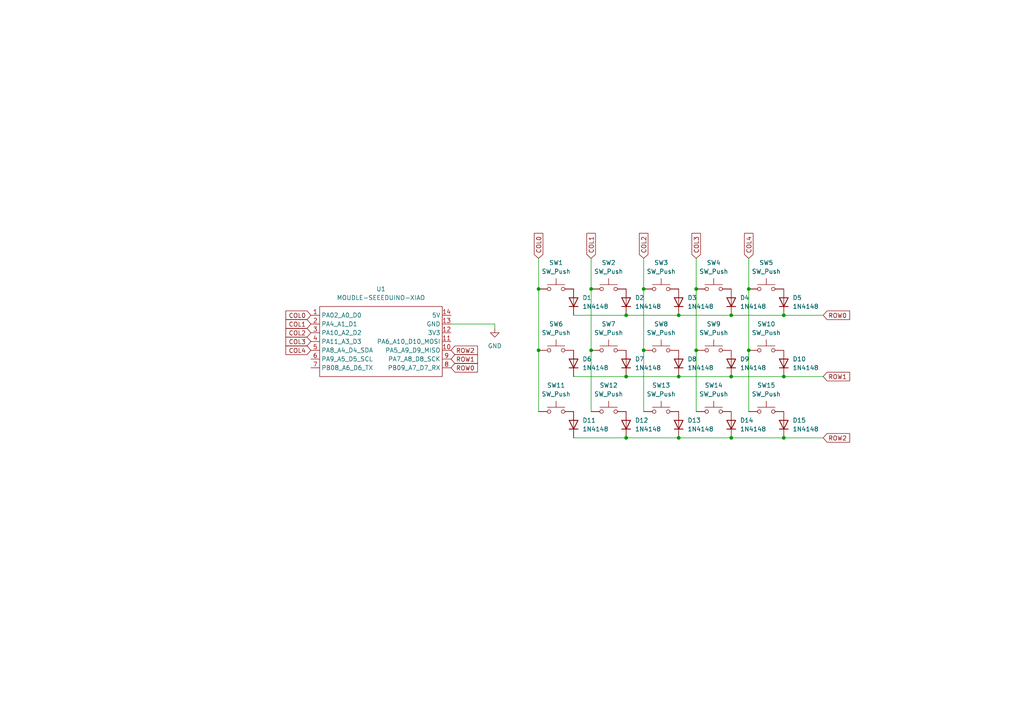
<source format=kicad_sch>
(kicad_sch
	(version 20231120)
	(generator "eeschema")
	(generator_version "8.0")
	(uuid "513b10b9-daed-4924-858c-9a4ce2324a22")
	(paper "A4")
	(title_block
		(title "SimController")
		(date "2024-10-11")
		(rev "2")
		(company "Oliver Potter")
	)
	(lib_symbols
		(symbol "Diode:1N4148"
			(pin_numbers hide)
			(pin_names hide)
			(exclude_from_sim no)
			(in_bom yes)
			(on_board yes)
			(property "Reference" "D"
				(at 0 2.54 0)
				(effects
					(font
						(size 1.27 1.27)
					)
				)
			)
			(property "Value" "1N4148"
				(at 0 -2.54 0)
				(effects
					(font
						(size 1.27 1.27)
					)
				)
			)
			(property "Footprint" "Diode_THT:D_DO-35_SOD27_P7.62mm_Horizontal"
				(at 0 0 0)
				(effects
					(font
						(size 1.27 1.27)
					)
					(hide yes)
				)
			)
			(property "Datasheet" "https://assets.nexperia.com/documents/data-sheet/1N4148_1N4448.pdf"
				(at 0 0 0)
				(effects
					(font
						(size 1.27 1.27)
					)
					(hide yes)
				)
			)
			(property "Description" "100V 0.15A standard switching diode, DO-35"
				(at 0 0 0)
				(effects
					(font
						(size 1.27 1.27)
					)
					(hide yes)
				)
			)
			(property "Sim.Device" "D"
				(at 0 0 0)
				(effects
					(font
						(size 1.27 1.27)
					)
					(hide yes)
				)
			)
			(property "Sim.Pins" "1=K 2=A"
				(at 0 0 0)
				(effects
					(font
						(size 1.27 1.27)
					)
					(hide yes)
				)
			)
			(property "ki_keywords" "diode"
				(at 0 0 0)
				(effects
					(font
						(size 1.27 1.27)
					)
					(hide yes)
				)
			)
			(property "ki_fp_filters" "D*DO?35*"
				(at 0 0 0)
				(effects
					(font
						(size 1.27 1.27)
					)
					(hide yes)
				)
			)
			(symbol "1N4148_0_1"
				(polyline
					(pts
						(xy -1.27 1.27) (xy -1.27 -1.27)
					)
					(stroke
						(width 0.254)
						(type default)
					)
					(fill
						(type none)
					)
				)
				(polyline
					(pts
						(xy 1.27 0) (xy -1.27 0)
					)
					(stroke
						(width 0)
						(type default)
					)
					(fill
						(type none)
					)
				)
				(polyline
					(pts
						(xy 1.27 1.27) (xy 1.27 -1.27) (xy -1.27 0) (xy 1.27 1.27)
					)
					(stroke
						(width 0.254)
						(type default)
					)
					(fill
						(type none)
					)
				)
			)
			(symbol "1N4148_1_1"
				(pin passive line
					(at -3.81 0 0)
					(length 2.54)
					(name "K"
						(effects
							(font
								(size 1.27 1.27)
							)
						)
					)
					(number "1"
						(effects
							(font
								(size 1.27 1.27)
							)
						)
					)
				)
				(pin passive line
					(at 3.81 0 180)
					(length 2.54)
					(name "A"
						(effects
							(font
								(size 1.27 1.27)
							)
						)
					)
					(number "2"
						(effects
							(font
								(size 1.27 1.27)
							)
						)
					)
				)
			)
		)
		(symbol "Switch:SW_Push"
			(pin_numbers hide)
			(pin_names
				(offset 1.016) hide)
			(exclude_from_sim no)
			(in_bom yes)
			(on_board yes)
			(property "Reference" "SW"
				(at 1.27 2.54 0)
				(effects
					(font
						(size 1.27 1.27)
					)
					(justify left)
				)
			)
			(property "Value" "SW_Push"
				(at 0 -1.524 0)
				(effects
					(font
						(size 1.27 1.27)
					)
				)
			)
			(property "Footprint" ""
				(at 0 5.08 0)
				(effects
					(font
						(size 1.27 1.27)
					)
					(hide yes)
				)
			)
			(property "Datasheet" "~"
				(at 0 5.08 0)
				(effects
					(font
						(size 1.27 1.27)
					)
					(hide yes)
				)
			)
			(property "Description" "Push button switch, generic, two pins"
				(at 0 0 0)
				(effects
					(font
						(size 1.27 1.27)
					)
					(hide yes)
				)
			)
			(property "ki_keywords" "switch normally-open pushbutton push-button"
				(at 0 0 0)
				(effects
					(font
						(size 1.27 1.27)
					)
					(hide yes)
				)
			)
			(symbol "SW_Push_0_1"
				(circle
					(center -2.032 0)
					(radius 0.508)
					(stroke
						(width 0)
						(type default)
					)
					(fill
						(type none)
					)
				)
				(polyline
					(pts
						(xy 0 1.27) (xy 0 3.048)
					)
					(stroke
						(width 0)
						(type default)
					)
					(fill
						(type none)
					)
				)
				(polyline
					(pts
						(xy 2.54 1.27) (xy -2.54 1.27)
					)
					(stroke
						(width 0)
						(type default)
					)
					(fill
						(type none)
					)
				)
				(circle
					(center 2.032 0)
					(radius 0.508)
					(stroke
						(width 0)
						(type default)
					)
					(fill
						(type none)
					)
				)
				(pin passive line
					(at -5.08 0 0)
					(length 2.54)
					(name "1"
						(effects
							(font
								(size 1.27 1.27)
							)
						)
					)
					(number "1"
						(effects
							(font
								(size 1.27 1.27)
							)
						)
					)
				)
				(pin passive line
					(at 5.08 0 180)
					(length 2.54)
					(name "2"
						(effects
							(font
								(size 1.27 1.27)
							)
						)
					)
					(number "2"
						(effects
							(font
								(size 1.27 1.27)
							)
						)
					)
				)
			)
		)
		(symbol "XIAO_RP2040:MOUDLE-SEEEDUINO-XIAO"
			(exclude_from_sim no)
			(in_bom yes)
			(on_board yes)
			(property "Reference" "U"
				(at -16.51 11.43 0)
				(effects
					(font
						(size 1.27 1.27)
					)
				)
			)
			(property "Value" "MOUDLE-SEEEDUINO-XIAO"
				(at -3.81 -11.43 0)
				(effects
					(font
						(size 1.27 1.27)
					)
				)
			)
			(property "Footprint" ""
				(at -16.51 2.54 0)
				(effects
					(font
						(size 1.27 1.27)
					)
					(hide yes)
				)
			)
			(property "Datasheet" ""
				(at -16.51 2.54 0)
				(effects
					(font
						(size 1.27 1.27)
					)
					(hide yes)
				)
			)
			(property "Description" ""
				(at 0 0 0)
				(effects
					(font
						(size 1.27 1.27)
					)
					(hide yes)
				)
			)
			(symbol "MOUDLE-SEEEDUINO-XIAO_0_1"
				(rectangle
					(start -16.51 10.16)
					(end 19.05 -10.16)
					(stroke
						(width 0)
						(type default)
					)
					(fill
						(type none)
					)
				)
			)
			(symbol "MOUDLE-SEEEDUINO-XIAO_1_1"
				(pin passive line
					(at -19.05 7.62 0)
					(length 2.54)
					(name "PA02_A0_D0"
						(effects
							(font
								(size 1.27 1.27)
							)
						)
					)
					(number "1"
						(effects
							(font
								(size 1.27 1.27)
							)
						)
					)
				)
				(pin passive line
					(at 21.59 -2.54 180)
					(length 2.54)
					(name "PA5_A9_D9_MISO"
						(effects
							(font
								(size 1.27 1.27)
							)
						)
					)
					(number "10"
						(effects
							(font
								(size 1.27 1.27)
							)
						)
					)
				)
				(pin passive line
					(at 21.59 0 180)
					(length 2.54)
					(name "PA6_A10_D10_MOSI"
						(effects
							(font
								(size 1.27 1.27)
							)
						)
					)
					(number "11"
						(effects
							(font
								(size 1.27 1.27)
							)
						)
					)
				)
				(pin passive line
					(at 21.59 2.54 180)
					(length 2.54)
					(name "3V3"
						(effects
							(font
								(size 1.27 1.27)
							)
						)
					)
					(number "12"
						(effects
							(font
								(size 1.27 1.27)
							)
						)
					)
				)
				(pin passive line
					(at 21.59 5.08 180)
					(length 2.54)
					(name "GND"
						(effects
							(font
								(size 1.27 1.27)
							)
						)
					)
					(number "13"
						(effects
							(font
								(size 1.27 1.27)
							)
						)
					)
				)
				(pin passive line
					(at 21.59 7.62 180)
					(length 2.54)
					(name "5V"
						(effects
							(font
								(size 1.27 1.27)
							)
						)
					)
					(number "14"
						(effects
							(font
								(size 1.27 1.27)
							)
						)
					)
				)
				(pin passive line
					(at -19.05 5.08 0)
					(length 2.54)
					(name "PA4_A1_D1"
						(effects
							(font
								(size 1.27 1.27)
							)
						)
					)
					(number "2"
						(effects
							(font
								(size 1.27 1.27)
							)
						)
					)
				)
				(pin passive line
					(at -19.05 2.54 0)
					(length 2.54)
					(name "PA10_A2_D2"
						(effects
							(font
								(size 1.27 1.27)
							)
						)
					)
					(number "3"
						(effects
							(font
								(size 1.27 1.27)
							)
						)
					)
				)
				(pin passive line
					(at -19.05 0 0)
					(length 2.54)
					(name "PA11_A3_D3"
						(effects
							(font
								(size 1.27 1.27)
							)
						)
					)
					(number "4"
						(effects
							(font
								(size 1.27 1.27)
							)
						)
					)
				)
				(pin passive line
					(at -19.05 -2.54 0)
					(length 2.54)
					(name "PA8_A4_D4_SDA"
						(effects
							(font
								(size 1.27 1.27)
							)
						)
					)
					(number "5"
						(effects
							(font
								(size 1.27 1.27)
							)
						)
					)
				)
				(pin passive line
					(at -19.05 -5.08 0)
					(length 2.54)
					(name "PA9_A5_D5_SCL"
						(effects
							(font
								(size 1.27 1.27)
							)
						)
					)
					(number "6"
						(effects
							(font
								(size 1.27 1.27)
							)
						)
					)
				)
				(pin passive line
					(at -19.05 -7.62 0)
					(length 2.54)
					(name "PB08_A6_D6_TX"
						(effects
							(font
								(size 1.27 1.27)
							)
						)
					)
					(number "7"
						(effects
							(font
								(size 1.27 1.27)
							)
						)
					)
				)
				(pin passive line
					(at 21.59 -7.62 180)
					(length 2.54)
					(name "PB09_A7_D7_RX"
						(effects
							(font
								(size 1.27 1.27)
							)
						)
					)
					(number "8"
						(effects
							(font
								(size 1.27 1.27)
							)
						)
					)
				)
				(pin passive line
					(at 21.59 -5.08 180)
					(length 2.54)
					(name "PA7_A8_D8_SCK"
						(effects
							(font
								(size 1.27 1.27)
							)
						)
					)
					(number "9"
						(effects
							(font
								(size 1.27 1.27)
							)
						)
					)
				)
			)
		)
		(symbol "power:GND"
			(power)
			(pin_numbers hide)
			(pin_names
				(offset 0) hide)
			(exclude_from_sim no)
			(in_bom yes)
			(on_board yes)
			(property "Reference" "#PWR"
				(at 0 -6.35 0)
				(effects
					(font
						(size 1.27 1.27)
					)
					(hide yes)
				)
			)
			(property "Value" "GND"
				(at 0 -3.81 0)
				(effects
					(font
						(size 1.27 1.27)
					)
				)
			)
			(property "Footprint" ""
				(at 0 0 0)
				(effects
					(font
						(size 1.27 1.27)
					)
					(hide yes)
				)
			)
			(property "Datasheet" ""
				(at 0 0 0)
				(effects
					(font
						(size 1.27 1.27)
					)
					(hide yes)
				)
			)
			(property "Description" "Power symbol creates a global label with name \"GND\" , ground"
				(at 0 0 0)
				(effects
					(font
						(size 1.27 1.27)
					)
					(hide yes)
				)
			)
			(property "ki_keywords" "global power"
				(at 0 0 0)
				(effects
					(font
						(size 1.27 1.27)
					)
					(hide yes)
				)
			)
			(symbol "GND_0_1"
				(polyline
					(pts
						(xy 0 0) (xy 0 -1.27) (xy 1.27 -1.27) (xy 0 -2.54) (xy -1.27 -1.27) (xy 0 -1.27)
					)
					(stroke
						(width 0)
						(type default)
					)
					(fill
						(type none)
					)
				)
			)
			(symbol "GND_1_1"
				(pin power_in line
					(at 0 0 270)
					(length 0)
					(name "~"
						(effects
							(font
								(size 1.27 1.27)
							)
						)
					)
					(number "1"
						(effects
							(font
								(size 1.27 1.27)
							)
						)
					)
				)
			)
		)
	)
	(junction
		(at 186.69 83.82)
		(diameter 0)
		(color 0 0 0 0)
		(uuid "060b1dd6-6922-4f6c-ba30-cc2047c0820a")
	)
	(junction
		(at 181.61 127)
		(diameter 0)
		(color 0 0 0 0)
		(uuid "0d63516e-472d-4b98-9d3f-7f1e2f142c82")
	)
	(junction
		(at 186.69 101.6)
		(diameter 0)
		(color 0 0 0 0)
		(uuid "0e51e8c9-2329-46f4-9160-043539a2fdfe")
	)
	(junction
		(at 227.33 91.44)
		(diameter 0)
		(color 0 0 0 0)
		(uuid "0fdb95c1-1288-4a13-97c3-8999ac9abb43")
	)
	(junction
		(at 212.09 127)
		(diameter 0)
		(color 0 0 0 0)
		(uuid "196fca33-893b-4f3f-a29a-87045cd73687")
	)
	(junction
		(at 227.33 109.22)
		(diameter 0)
		(color 0 0 0 0)
		(uuid "246915ee-f4f8-4447-8e83-5667057077ee")
	)
	(junction
		(at 217.17 101.6)
		(diameter 0)
		(color 0 0 0 0)
		(uuid "2771be56-f218-48eb-8836-ed6224db26bc")
	)
	(junction
		(at 171.45 101.6)
		(diameter 0)
		(color 0 0 0 0)
		(uuid "3b423a7f-4f88-4082-99b6-3d894c552ca7")
	)
	(junction
		(at 217.17 83.82)
		(diameter 0)
		(color 0 0 0 0)
		(uuid "46076494-6c9a-44ee-a561-b4527c5253f1")
	)
	(junction
		(at 156.21 83.82)
		(diameter 0)
		(color 0 0 0 0)
		(uuid "47012332-35d9-4058-8706-341f8bdc1a1f")
	)
	(junction
		(at 181.61 109.22)
		(diameter 0)
		(color 0 0 0 0)
		(uuid "4839f8b4-c06f-4a66-b065-84e7a20c9c88")
	)
	(junction
		(at 156.21 101.6)
		(diameter 0)
		(color 0 0 0 0)
		(uuid "640ffcf5-001d-467e-a88a-b242a76afda1")
	)
	(junction
		(at 181.61 91.44)
		(diameter 0)
		(color 0 0 0 0)
		(uuid "788a1722-0259-4f92-9622-f536e6d01147")
	)
	(junction
		(at 171.45 83.82)
		(diameter 0)
		(color 0 0 0 0)
		(uuid "7ea3d059-54f9-44b2-9da5-cc3dc211d2e9")
	)
	(junction
		(at 196.85 109.22)
		(diameter 0)
		(color 0 0 0 0)
		(uuid "8bdab4e0-3cf4-4735-aa99-323bff23c33d")
	)
	(junction
		(at 196.85 127)
		(diameter 0)
		(color 0 0 0 0)
		(uuid "97376e12-179a-48fc-95a4-248578d63437")
	)
	(junction
		(at 201.93 101.6)
		(diameter 0)
		(color 0 0 0 0)
		(uuid "c29a924d-fceb-4095-aeca-0c0fa0694242")
	)
	(junction
		(at 212.09 91.44)
		(diameter 0)
		(color 0 0 0 0)
		(uuid "c554b0c3-bae9-4110-bec1-256303674bf6")
	)
	(junction
		(at 227.33 127)
		(diameter 0)
		(color 0 0 0 0)
		(uuid "cd8465c3-cf86-4a14-ac72-39363c919c97")
	)
	(junction
		(at 201.93 83.82)
		(diameter 0)
		(color 0 0 0 0)
		(uuid "dfbb85a7-bdd9-4ae7-a7c2-8d22057258c4")
	)
	(junction
		(at 196.85 91.44)
		(diameter 0)
		(color 0 0 0 0)
		(uuid "e4c6e72b-b54f-4b08-a471-d05a97150e2a")
	)
	(junction
		(at 212.09 109.22)
		(diameter 0)
		(color 0 0 0 0)
		(uuid "ede77927-87d1-4ba1-84a5-0d412624e6c4")
	)
	(wire
		(pts
			(xy 166.37 91.44) (xy 181.61 91.44)
		)
		(stroke
			(width 0)
			(type default)
		)
		(uuid "003e803c-c929-40f6-aa32-fee893fd519a")
	)
	(wire
		(pts
			(xy 227.33 91.44) (xy 238.76 91.44)
		)
		(stroke
			(width 0)
			(type default)
		)
		(uuid "087aa86e-bb6a-423f-a6bf-c3b6985e1830")
	)
	(wire
		(pts
			(xy 171.45 101.6) (xy 171.45 119.38)
		)
		(stroke
			(width 0)
			(type default)
		)
		(uuid "0c11caf2-fc6e-4999-a2e1-a5caec675e56")
	)
	(wire
		(pts
			(xy 217.17 83.82) (xy 217.17 101.6)
		)
		(stroke
			(width 0)
			(type default)
		)
		(uuid "0f0163dc-cfda-4ee0-9eae-06845b32f9ea")
	)
	(wire
		(pts
			(xy 156.21 83.82) (xy 156.21 101.6)
		)
		(stroke
			(width 0)
			(type default)
		)
		(uuid "14b340c0-4947-40ba-bb99-47ffeae194ea")
	)
	(wire
		(pts
			(xy 156.21 74.93) (xy 156.21 83.82)
		)
		(stroke
			(width 0)
			(type default)
		)
		(uuid "1c30b387-bf57-45ad-bbfa-f234c3f1c747")
	)
	(wire
		(pts
			(xy 181.61 109.22) (xy 196.85 109.22)
		)
		(stroke
			(width 0)
			(type default)
		)
		(uuid "1d8e58a2-d2e4-47d7-bcd2-7a153f1501b2")
	)
	(wire
		(pts
			(xy 212.09 109.22) (xy 227.33 109.22)
		)
		(stroke
			(width 0)
			(type default)
		)
		(uuid "28f31038-1713-420b-aaf5-463edfb11158")
	)
	(wire
		(pts
			(xy 196.85 91.44) (xy 212.09 91.44)
		)
		(stroke
			(width 0)
			(type default)
		)
		(uuid "292b9677-8ca3-45f3-b817-0af3b9b3d2e5")
	)
	(wire
		(pts
			(xy 186.69 101.6) (xy 186.69 119.38)
		)
		(stroke
			(width 0)
			(type default)
		)
		(uuid "2ea0e340-a50d-4ba6-b0e9-fb2059380108")
	)
	(wire
		(pts
			(xy 171.45 83.82) (xy 171.45 101.6)
		)
		(stroke
			(width 0)
			(type default)
		)
		(uuid "38f11fe4-97b6-4524-a893-800e804138ae")
	)
	(wire
		(pts
			(xy 143.51 93.98) (xy 143.51 95.25)
		)
		(stroke
			(width 0)
			(type default)
		)
		(uuid "47ed69e0-4565-49bc-bb9d-5cfdd7275b13")
	)
	(wire
		(pts
			(xy 171.45 74.93) (xy 171.45 83.82)
		)
		(stroke
			(width 0)
			(type default)
		)
		(uuid "4caad59d-dfd3-461e-a6b0-1a33ffcfe474")
	)
	(wire
		(pts
			(xy 201.93 74.93) (xy 201.93 83.82)
		)
		(stroke
			(width 0)
			(type default)
		)
		(uuid "55b5474d-413b-4c1a-bd39-392ba02ad6e5")
	)
	(wire
		(pts
			(xy 166.37 127) (xy 181.61 127)
		)
		(stroke
			(width 0)
			(type default)
		)
		(uuid "55e95aa7-3e6f-4784-afef-9e41b4a4ad50")
	)
	(wire
		(pts
			(xy 156.21 101.6) (xy 156.21 119.38)
		)
		(stroke
			(width 0)
			(type default)
		)
		(uuid "6a82d735-954e-4c7b-9f4c-a128515613a7")
	)
	(wire
		(pts
			(xy 217.17 74.93) (xy 217.17 83.82)
		)
		(stroke
			(width 0)
			(type default)
		)
		(uuid "71ab0fc8-3dd0-480c-8c72-b82f93629371")
	)
	(wire
		(pts
			(xy 166.37 109.22) (xy 181.61 109.22)
		)
		(stroke
			(width 0)
			(type default)
		)
		(uuid "757c2bee-d81c-4254-8d21-5cf9f9a9da30")
	)
	(wire
		(pts
			(xy 227.33 109.22) (xy 238.76 109.22)
		)
		(stroke
			(width 0)
			(type default)
		)
		(uuid "7d7a8820-36b7-4059-a7f1-395916e3a247")
	)
	(wire
		(pts
			(xy 212.09 127) (xy 227.33 127)
		)
		(stroke
			(width 0)
			(type default)
		)
		(uuid "7f8ad7fb-e138-4070-bfb8-5e99c698d19b")
	)
	(wire
		(pts
			(xy 201.93 101.6) (xy 201.93 119.38)
		)
		(stroke
			(width 0)
			(type default)
		)
		(uuid "85cd721f-9151-4d16-9456-3d32c7f18122")
	)
	(wire
		(pts
			(xy 181.61 91.44) (xy 196.85 91.44)
		)
		(stroke
			(width 0)
			(type default)
		)
		(uuid "8663bdcf-2feb-4617-9c40-4adfbaace763")
	)
	(wire
		(pts
			(xy 130.81 93.98) (xy 143.51 93.98)
		)
		(stroke
			(width 0)
			(type default)
		)
		(uuid "88ca20a6-ca33-413e-925b-85ada93e69c9")
	)
	(wire
		(pts
			(xy 186.69 74.93) (xy 186.69 83.82)
		)
		(stroke
			(width 0)
			(type default)
		)
		(uuid "9e9eb6ef-9215-4eda-b128-e9a2e9daf7e8")
	)
	(wire
		(pts
			(xy 181.61 127) (xy 196.85 127)
		)
		(stroke
			(width 0)
			(type default)
		)
		(uuid "9f6eca1f-1dd0-4d72-8e92-ca945140f763")
	)
	(wire
		(pts
			(xy 217.17 101.6) (xy 217.17 119.38)
		)
		(stroke
			(width 0)
			(type default)
		)
		(uuid "bae59927-b3f1-499c-92ad-678634ed09e2")
	)
	(wire
		(pts
			(xy 186.69 83.82) (xy 186.69 101.6)
		)
		(stroke
			(width 0)
			(type default)
		)
		(uuid "cc2d39a8-a742-4ed5-9216-87c0cd9adc67")
	)
	(wire
		(pts
			(xy 201.93 83.82) (xy 201.93 101.6)
		)
		(stroke
			(width 0)
			(type default)
		)
		(uuid "ce7eda0d-cc90-4404-bd84-c472f9cc3559")
	)
	(wire
		(pts
			(xy 227.33 127) (xy 238.76 127)
		)
		(stroke
			(width 0)
			(type default)
		)
		(uuid "d6be417d-4cea-4973-aedc-5e3f5209b878")
	)
	(wire
		(pts
			(xy 196.85 127) (xy 212.09 127)
		)
		(stroke
			(width 0)
			(type default)
		)
		(uuid "e44706af-30cf-42af-bd09-73a9b9ba1f8e")
	)
	(wire
		(pts
			(xy 212.09 91.44) (xy 227.33 91.44)
		)
		(stroke
			(width 0)
			(type default)
		)
		(uuid "e62406df-c3b8-40c8-8642-ea309a0a8b80")
	)
	(wire
		(pts
			(xy 196.85 109.22) (xy 212.09 109.22)
		)
		(stroke
			(width 0)
			(type default)
		)
		(uuid "e7381150-75e9-40da-8c95-7788710657df")
	)
	(global_label "COL2"
		(shape input)
		(at 186.69 74.93 90)
		(fields_autoplaced yes)
		(effects
			(font
				(size 1.27 1.27)
			)
			(justify left)
		)
		(uuid "0946d52b-ae0f-42b7-b030-229c9ee24422")
		(property "Intersheetrefs" "${INTERSHEET_REFS}"
			(at 186.69 67.1067 90)
			(effects
				(font
					(size 1.27 1.27)
				)
				(justify left)
				(hide yes)
			)
		)
	)
	(global_label "ROW0"
		(shape input)
		(at 238.76 91.44 0)
		(fields_autoplaced yes)
		(effects
			(font
				(size 1.27 1.27)
			)
			(justify left)
		)
		(uuid "187fe55d-376e-4195-8b13-682b9f6f3aee")
		(property "Intersheetrefs" "${INTERSHEET_REFS}"
			(at 247.0066 91.44 0)
			(effects
				(font
					(size 1.27 1.27)
				)
				(justify left)
				(hide yes)
			)
		)
	)
	(global_label "COL3"
		(shape input)
		(at 201.93 74.93 90)
		(fields_autoplaced yes)
		(effects
			(font
				(size 1.27 1.27)
			)
			(justify left)
		)
		(uuid "27f7b6b4-83d6-44b7-887a-a97ceb8ff5f6")
		(property "Intersheetrefs" "${INTERSHEET_REFS}"
			(at 201.93 67.1067 90)
			(effects
				(font
					(size 1.27 1.27)
				)
				(justify left)
				(hide yes)
			)
		)
	)
	(global_label "COL4"
		(shape input)
		(at 217.17 74.93 90)
		(fields_autoplaced yes)
		(effects
			(font
				(size 1.27 1.27)
			)
			(justify left)
		)
		(uuid "42b1a6c8-6a81-4349-9913-b440acbcf379")
		(property "Intersheetrefs" "${INTERSHEET_REFS}"
			(at 217.17 67.1067 90)
			(effects
				(font
					(size 1.27 1.27)
				)
				(justify left)
				(hide yes)
			)
		)
	)
	(global_label "ROW2"
		(shape input)
		(at 238.76 127 0)
		(fields_autoplaced yes)
		(effects
			(font
				(size 1.27 1.27)
			)
			(justify left)
		)
		(uuid "4d5496a9-9847-4d6f-8fd6-d8ba3090df05")
		(property "Intersheetrefs" "${INTERSHEET_REFS}"
			(at 247.0066 127 0)
			(effects
				(font
					(size 1.27 1.27)
				)
				(justify left)
				(hide yes)
			)
		)
	)
	(global_label "ROW1"
		(shape input)
		(at 238.76 109.22 0)
		(fields_autoplaced yes)
		(effects
			(font
				(size 1.27 1.27)
			)
			(justify left)
		)
		(uuid "6f6ab7b2-cc2f-461b-907b-4f630914dc11")
		(property "Intersheetrefs" "${INTERSHEET_REFS}"
			(at 247.0066 109.22 0)
			(effects
				(font
					(size 1.27 1.27)
				)
				(justify left)
				(hide yes)
			)
		)
	)
	(global_label "COL3"
		(shape input)
		(at 90.17 99.06 180)
		(fields_autoplaced yes)
		(effects
			(font
				(size 1.27 1.27)
			)
			(justify right)
		)
		(uuid "a7c7a69a-c9bd-4297-b5d3-4966b0556136")
		(property "Intersheetrefs" "${INTERSHEET_REFS}"
			(at 82.3467 99.06 0)
			(effects
				(font
					(size 1.27 1.27)
				)
				(justify right)
				(hide yes)
			)
		)
	)
	(global_label "ROW2"
		(shape input)
		(at 130.81 101.6 0)
		(fields_autoplaced yes)
		(effects
			(font
				(size 1.27 1.27)
			)
			(justify left)
		)
		(uuid "b4183fa3-9560-464c-b156-1ff4ff78c190")
		(property "Intersheetrefs" "${INTERSHEET_REFS}"
			(at 139.0566 101.6 0)
			(effects
				(font
					(size 1.27 1.27)
				)
				(justify left)
				(hide yes)
			)
		)
	)
	(global_label "ROW1"
		(shape input)
		(at 130.81 104.14 0)
		(fields_autoplaced yes)
		(effects
			(font
				(size 1.27 1.27)
			)
			(justify left)
		)
		(uuid "b68e01b7-0860-42d2-8dd8-50352550a638")
		(property "Intersheetrefs" "${INTERSHEET_REFS}"
			(at 139.0566 104.14 0)
			(effects
				(font
					(size 1.27 1.27)
				)
				(justify left)
				(hide yes)
			)
		)
	)
	(global_label "COL1"
		(shape input)
		(at 171.45 74.93 90)
		(fields_autoplaced yes)
		(effects
			(font
				(size 1.27 1.27)
			)
			(justify left)
		)
		(uuid "b7edc1ee-e85c-49a8-a58e-bac4b35684ad")
		(property "Intersheetrefs" "${INTERSHEET_REFS}"
			(at 171.45 67.1067 90)
			(effects
				(font
					(size 1.27 1.27)
				)
				(justify left)
				(hide yes)
			)
		)
	)
	(global_label "COL0"
		(shape input)
		(at 90.17 91.44 180)
		(fields_autoplaced yes)
		(effects
			(font
				(size 1.27 1.27)
			)
			(justify right)
		)
		(uuid "be5ffe58-a869-4573-ac18-8e0ddf42cabf")
		(property "Intersheetrefs" "${INTERSHEET_REFS}"
			(at 82.3467 91.44 0)
			(effects
				(font
					(size 1.27 1.27)
				)
				(justify right)
				(hide yes)
			)
		)
	)
	(global_label "COL0"
		(shape input)
		(at 156.21 74.93 90)
		(fields_autoplaced yes)
		(effects
			(font
				(size 1.27 1.27)
			)
			(justify left)
		)
		(uuid "d3246500-9bde-4509-a152-b7b99f1710a9")
		(property "Intersheetrefs" "${INTERSHEET_REFS}"
			(at 156.21 67.1067 90)
			(effects
				(font
					(size 1.27 1.27)
				)
				(justify left)
				(hide yes)
			)
		)
	)
	(global_label "COL1"
		(shape input)
		(at 90.17 93.98 180)
		(fields_autoplaced yes)
		(effects
			(font
				(size 1.27 1.27)
			)
			(justify right)
		)
		(uuid "d366b179-2716-4d5e-99a8-a1badaa0c208")
		(property "Intersheetrefs" "${INTERSHEET_REFS}"
			(at 82.3467 93.98 0)
			(effects
				(font
					(size 1.27 1.27)
				)
				(justify right)
				(hide yes)
			)
		)
	)
	(global_label "COL2"
		(shape input)
		(at 90.17 96.52 180)
		(fields_autoplaced yes)
		(effects
			(font
				(size 1.27 1.27)
			)
			(justify right)
		)
		(uuid "d72ef404-138d-4996-a481-c42c06869c92")
		(property "Intersheetrefs" "${INTERSHEET_REFS}"
			(at 82.3467 96.52 0)
			(effects
				(font
					(size 1.27 1.27)
				)
				(justify right)
				(hide yes)
			)
		)
	)
	(global_label "ROW0"
		(shape input)
		(at 130.81 106.68 0)
		(fields_autoplaced yes)
		(effects
			(font
				(size 1.27 1.27)
			)
			(justify left)
		)
		(uuid "df5b04ac-0860-4459-b38a-44badaa18676")
		(property "Intersheetrefs" "${INTERSHEET_REFS}"
			(at 139.0566 106.68 0)
			(effects
				(font
					(size 1.27 1.27)
				)
				(justify left)
				(hide yes)
			)
		)
	)
	(global_label "COL4"
		(shape input)
		(at 90.17 101.6 180)
		(fields_autoplaced yes)
		(effects
			(font
				(size 1.27 1.27)
			)
			(justify right)
		)
		(uuid "dfbaeb2a-d5b6-4630-b00a-c1a73f495b90")
		(property "Intersheetrefs" "${INTERSHEET_REFS}"
			(at 82.3467 101.6 0)
			(effects
				(font
					(size 1.27 1.27)
				)
				(justify right)
				(hide yes)
			)
		)
	)
	(symbol
		(lib_id "Switch:SW_Push")
		(at 161.29 83.82 0)
		(unit 1)
		(exclude_from_sim no)
		(in_bom yes)
		(on_board yes)
		(dnp no)
		(fields_autoplaced yes)
		(uuid "04a536ff-f670-4bcc-a031-1c0cb44cc1a2")
		(property "Reference" "SW1"
			(at 161.29 76.2 0)
			(effects
				(font
					(size 1.27 1.27)
				)
			)
		)
		(property "Value" "SW_Push"
			(at 161.29 78.74 0)
			(effects
				(font
					(size 1.27 1.27)
				)
			)
		)
		(property "Footprint" "Button_Switch_Keyboard:SW_Cherry_MX_1.00u_PCB"
			(at 161.29 78.74 0)
			(effects
				(font
					(size 1.27 1.27)
				)
				(hide yes)
			)
		)
		(property "Datasheet" "~"
			(at 161.29 78.74 0)
			(effects
				(font
					(size 1.27 1.27)
				)
				(hide yes)
			)
		)
		(property "Description" "Push button switch, generic, two pins"
			(at 161.29 83.82 0)
			(effects
				(font
					(size 1.27 1.27)
				)
				(hide yes)
			)
		)
		(pin "2"
			(uuid "52494c2f-b83e-4062-98f2-a7f1656013de")
		)
		(pin "1"
			(uuid "b5975e74-1fdb-4a99-96dc-aed361960be4")
		)
		(instances
			(project ""
				(path "/513b10b9-daed-4924-858c-9a4ce2324a22"
					(reference "SW1")
					(unit 1)
				)
			)
		)
	)
	(symbol
		(lib_id "power:GND")
		(at 143.51 95.25 0)
		(unit 1)
		(exclude_from_sim no)
		(in_bom yes)
		(on_board yes)
		(dnp no)
		(fields_autoplaced yes)
		(uuid "0842afef-2be9-46f4-bcc2-97e5933cd189")
		(property "Reference" "#PWR01"
			(at 143.51 101.6 0)
			(effects
				(font
					(size 1.27 1.27)
				)
				(hide yes)
			)
		)
		(property "Value" "GND"
			(at 143.51 100.33 0)
			(effects
				(font
					(size 1.27 1.27)
				)
			)
		)
		(property "Footprint" ""
			(at 143.51 95.25 0)
			(effects
				(font
					(size 1.27 1.27)
				)
				(hide yes)
			)
		)
		(property "Datasheet" ""
			(at 143.51 95.25 0)
			(effects
				(font
					(size 1.27 1.27)
				)
				(hide yes)
			)
		)
		(property "Description" "Power symbol creates a global label with name \"GND\" , ground"
			(at 143.51 95.25 0)
			(effects
				(font
					(size 1.27 1.27)
				)
				(hide yes)
			)
		)
		(pin "1"
			(uuid "ebca6b8c-f9c4-4148-8465-f2d183ac4dd3")
		)
		(instances
			(project ""
				(path "/513b10b9-daed-4924-858c-9a4ce2324a22"
					(reference "#PWR01")
					(unit 1)
				)
			)
		)
	)
	(symbol
		(lib_id "Switch:SW_Push")
		(at 207.01 83.82 0)
		(unit 1)
		(exclude_from_sim no)
		(in_bom yes)
		(on_board yes)
		(dnp no)
		(fields_autoplaced yes)
		(uuid "0b4b8957-aef6-4eb0-81e4-e21891595e1a")
		(property "Reference" "SW4"
			(at 207.01 76.2 0)
			(effects
				(font
					(size 1.27 1.27)
				)
			)
		)
		(property "Value" "SW_Push"
			(at 207.01 78.74 0)
			(effects
				(font
					(size 1.27 1.27)
				)
			)
		)
		(property "Footprint" "Button_Switch_Keyboard:SW_Cherry_MX_1.00u_PCB"
			(at 207.01 78.74 0)
			(effects
				(font
					(size 1.27 1.27)
				)
				(hide yes)
			)
		)
		(property "Datasheet" "~"
			(at 207.01 78.74 0)
			(effects
				(font
					(size 1.27 1.27)
				)
				(hide yes)
			)
		)
		(property "Description" "Push button switch, generic, two pins"
			(at 207.01 83.82 0)
			(effects
				(font
					(size 1.27 1.27)
				)
				(hide yes)
			)
		)
		(pin "2"
			(uuid "8f98ddc5-2bb9-4eb9-b913-eaaeccf22c2e")
		)
		(pin "1"
			(uuid "e8461413-66a2-498d-8f21-7b1f69c17d64")
		)
		(instances
			(project "Simulator Macro Pad"
				(path "/513b10b9-daed-4924-858c-9a4ce2324a22"
					(reference "SW4")
					(unit 1)
				)
			)
		)
	)
	(symbol
		(lib_id "Diode:1N4148")
		(at 227.33 87.63 90)
		(unit 1)
		(exclude_from_sim no)
		(in_bom yes)
		(on_board yes)
		(dnp no)
		(fields_autoplaced yes)
		(uuid "1e9796c8-0398-4b19-ac38-cae8db51b805")
		(property "Reference" "D5"
			(at 229.87 86.3599 90)
			(effects
				(font
					(size 1.27 1.27)
				)
				(justify right)
			)
		)
		(property "Value" "1N4148"
			(at 229.87 88.8999 90)
			(effects
				(font
					(size 1.27 1.27)
				)
				(justify right)
			)
		)
		(property "Footprint" "Diode_THT:D_DO-35_SOD27_P7.62mm_Horizontal"
			(at 227.33 87.63 0)
			(effects
				(font
					(size 1.27 1.27)
				)
				(hide yes)
			)
		)
		(property "Datasheet" "https://assets.nexperia.com/documents/data-sheet/1N4148_1N4448.pdf"
			(at 227.33 87.63 0)
			(effects
				(font
					(size 1.27 1.27)
				)
				(hide yes)
			)
		)
		(property "Description" "100V 0.15A standard switching diode, DO-35"
			(at 227.33 87.63 0)
			(effects
				(font
					(size 1.27 1.27)
				)
				(hide yes)
			)
		)
		(property "Sim.Device" "D"
			(at 227.33 87.63 0)
			(effects
				(font
					(size 1.27 1.27)
				)
				(hide yes)
			)
		)
		(property "Sim.Pins" "1=K 2=A"
			(at 227.33 87.63 0)
			(effects
				(font
					(size 1.27 1.27)
				)
				(hide yes)
			)
		)
		(pin "1"
			(uuid "9c2b2fe0-bb9a-4d69-8444-bab3853041ef")
		)
		(pin "2"
			(uuid "4bd7eebf-b7a6-4779-abce-c5e628f83054")
		)
		(instances
			(project "Simulator Macro Pad"
				(path "/513b10b9-daed-4924-858c-9a4ce2324a22"
					(reference "D5")
					(unit 1)
				)
			)
		)
	)
	(symbol
		(lib_id "XIAO_RP2040:MOUDLE-SEEEDUINO-XIAO")
		(at 109.22 99.06 0)
		(unit 1)
		(exclude_from_sim no)
		(in_bom yes)
		(on_board yes)
		(dnp no)
		(fields_autoplaced yes)
		(uuid "1f1ae725-4a09-4cf7-8d95-9f6e51aeea5e")
		(property "Reference" "U1"
			(at 110.49 83.82 0)
			(effects
				(font
					(size 1.27 1.27)
				)
			)
		)
		(property "Value" "MOUDLE-SEEEDUINO-XIAO"
			(at 110.49 86.36 0)
			(effects
				(font
					(size 1.27 1.27)
				)
			)
		)
		(property "Footprint" "footprints:XIAO-Generic-Hybrid-14P-2.54-21X17.8MM"
			(at 92.71 96.52 0)
			(effects
				(font
					(size 1.27 1.27)
				)
				(hide yes)
			)
		)
		(property "Datasheet" ""
			(at 92.71 96.52 0)
			(effects
				(font
					(size 1.27 1.27)
				)
				(hide yes)
			)
		)
		(property "Description" ""
			(at 109.22 99.06 0)
			(effects
				(font
					(size 1.27 1.27)
				)
				(hide yes)
			)
		)
		(pin "7"
			(uuid "179ef1ef-26c8-496d-9194-c7b10a3ee800")
		)
		(pin "2"
			(uuid "1321447b-247c-4fee-9592-95292ba546ee")
		)
		(pin "3"
			(uuid "469c91a8-c9cf-4cd3-b920-f86e5f7f6630")
		)
		(pin "4"
			(uuid "ce120378-bddf-4dfe-a5f6-6a89699b2397")
		)
		(pin "8"
			(uuid "c6004c5e-1b50-4d32-b30f-4ddda76ee312")
		)
		(pin "13"
			(uuid "a832c55f-cb4e-4f03-aeea-508620936782")
		)
		(pin "14"
			(uuid "d5edefd9-9bb2-48dd-8785-9a856bdbf706")
		)
		(pin "11"
			(uuid "ae4b06a7-feee-4c7b-ad80-e34f2e5dd16a")
		)
		(pin "5"
			(uuid "0415cd60-44f1-4b61-bd0a-5e434f1eed7c")
		)
		(pin "6"
			(uuid "32ed41cf-c7a7-46a3-872d-5ada4e05f86a")
		)
		(pin "9"
			(uuid "f0a2a700-d536-4bc8-9e81-a464d76f2e2d")
		)
		(pin "1"
			(uuid "f0bbfd06-2486-4577-af29-a688d6ce7b54")
		)
		(pin "10"
			(uuid "e3a35a73-652c-4df8-b2f9-9664e972197c")
		)
		(pin "12"
			(uuid "33f05d0e-7a3e-4dfa-9efc-296a61559904")
		)
		(instances
			(project ""
				(path "/513b10b9-daed-4924-858c-9a4ce2324a22"
					(reference "U1")
					(unit 1)
				)
			)
		)
	)
	(symbol
		(lib_id "Diode:1N4148")
		(at 196.85 123.19 90)
		(unit 1)
		(exclude_from_sim no)
		(in_bom yes)
		(on_board yes)
		(dnp no)
		(fields_autoplaced yes)
		(uuid "2216dbeb-928b-44cf-8daf-e3b334b881ec")
		(property "Reference" "D13"
			(at 199.39 121.9199 90)
			(effects
				(font
					(size 1.27 1.27)
				)
				(justify right)
			)
		)
		(property "Value" "1N4148"
			(at 199.39 124.4599 90)
			(effects
				(font
					(size 1.27 1.27)
				)
				(justify right)
			)
		)
		(property "Footprint" "Diode_THT:D_DO-35_SOD27_P7.62mm_Horizontal"
			(at 196.85 123.19 0)
			(effects
				(font
					(size 1.27 1.27)
				)
				(hide yes)
			)
		)
		(property "Datasheet" "https://assets.nexperia.com/documents/data-sheet/1N4148_1N4448.pdf"
			(at 196.85 123.19 0)
			(effects
				(font
					(size 1.27 1.27)
				)
				(hide yes)
			)
		)
		(property "Description" "100V 0.15A standard switching diode, DO-35"
			(at 196.85 123.19 0)
			(effects
				(font
					(size 1.27 1.27)
				)
				(hide yes)
			)
		)
		(property "Sim.Device" "D"
			(at 196.85 123.19 0)
			(effects
				(font
					(size 1.27 1.27)
				)
				(hide yes)
			)
		)
		(property "Sim.Pins" "1=K 2=A"
			(at 196.85 123.19 0)
			(effects
				(font
					(size 1.27 1.27)
				)
				(hide yes)
			)
		)
		(pin "1"
			(uuid "580748fc-e382-4c01-81b5-fe1e66ed8bf8")
		)
		(pin "2"
			(uuid "0c4f9abb-ae5a-43cc-b502-d142eb09db89")
		)
		(instances
			(project "Simulator Macro Pad"
				(path "/513b10b9-daed-4924-858c-9a4ce2324a22"
					(reference "D13")
					(unit 1)
				)
			)
		)
	)
	(symbol
		(lib_id "Switch:SW_Push")
		(at 207.01 119.38 0)
		(unit 1)
		(exclude_from_sim no)
		(in_bom yes)
		(on_board yes)
		(dnp no)
		(fields_autoplaced yes)
		(uuid "241c98a3-4c58-4339-afad-96090a9fe849")
		(property "Reference" "SW14"
			(at 207.01 111.76 0)
			(effects
				(font
					(size 1.27 1.27)
				)
			)
		)
		(property "Value" "SW_Push"
			(at 207.01 114.3 0)
			(effects
				(font
					(size 1.27 1.27)
				)
			)
		)
		(property "Footprint" "Button_Switch_Keyboard:SW_Cherry_MX_1.00u_PCB"
			(at 207.01 114.3 0)
			(effects
				(font
					(size 1.27 1.27)
				)
				(hide yes)
			)
		)
		(property "Datasheet" "~"
			(at 207.01 114.3 0)
			(effects
				(font
					(size 1.27 1.27)
				)
				(hide yes)
			)
		)
		(property "Description" "Push button switch, generic, two pins"
			(at 207.01 119.38 0)
			(effects
				(font
					(size 1.27 1.27)
				)
				(hide yes)
			)
		)
		(pin "2"
			(uuid "03ed21bc-bff5-415a-b35b-4a88576028b8")
		)
		(pin "1"
			(uuid "0d4aec17-bbd6-4ceb-854d-ae5e2f9137b6")
		)
		(instances
			(project "Simulator Macro Pad"
				(path "/513b10b9-daed-4924-858c-9a4ce2324a22"
					(reference "SW14")
					(unit 1)
				)
			)
		)
	)
	(symbol
		(lib_id "Switch:SW_Push")
		(at 191.77 101.6 0)
		(unit 1)
		(exclude_from_sim no)
		(in_bom yes)
		(on_board yes)
		(dnp no)
		(fields_autoplaced yes)
		(uuid "3ee001a9-9d1b-4fa2-8aca-11e6b31afc1e")
		(property "Reference" "SW8"
			(at 191.77 93.98 0)
			(effects
				(font
					(size 1.27 1.27)
				)
			)
		)
		(property "Value" "SW_Push"
			(at 191.77 96.52 0)
			(effects
				(font
					(size 1.27 1.27)
				)
			)
		)
		(property "Footprint" "Button_Switch_Keyboard:SW_Cherry_MX_1.00u_PCB"
			(at 191.77 96.52 0)
			(effects
				(font
					(size 1.27 1.27)
				)
				(hide yes)
			)
		)
		(property "Datasheet" "~"
			(at 191.77 96.52 0)
			(effects
				(font
					(size 1.27 1.27)
				)
				(hide yes)
			)
		)
		(property "Description" "Push button switch, generic, two pins"
			(at 191.77 101.6 0)
			(effects
				(font
					(size 1.27 1.27)
				)
				(hide yes)
			)
		)
		(pin "2"
			(uuid "1fb0d43e-f6bc-4d68-a57f-aae1c593145a")
		)
		(pin "1"
			(uuid "aae158db-4fb8-4d87-a0bd-41cf40ad9f98")
		)
		(instances
			(project "Simulator Macro Pad"
				(path "/513b10b9-daed-4924-858c-9a4ce2324a22"
					(reference "SW8")
					(unit 1)
				)
			)
		)
	)
	(symbol
		(lib_id "Switch:SW_Push")
		(at 161.29 101.6 0)
		(unit 1)
		(exclude_from_sim no)
		(in_bom yes)
		(on_board yes)
		(dnp no)
		(fields_autoplaced yes)
		(uuid "41a88317-14e5-4f0a-9952-5743b1765c33")
		(property "Reference" "SW6"
			(at 161.29 93.98 0)
			(effects
				(font
					(size 1.27 1.27)
				)
			)
		)
		(property "Value" "SW_Push"
			(at 161.29 96.52 0)
			(effects
				(font
					(size 1.27 1.27)
				)
			)
		)
		(property "Footprint" "Button_Switch_Keyboard:SW_Cherry_MX_1.00u_PCB"
			(at 161.29 96.52 0)
			(effects
				(font
					(size 1.27 1.27)
				)
				(hide yes)
			)
		)
		(property "Datasheet" "~"
			(at 161.29 96.52 0)
			(effects
				(font
					(size 1.27 1.27)
				)
				(hide yes)
			)
		)
		(property "Description" "Push button switch, generic, two pins"
			(at 161.29 101.6 0)
			(effects
				(font
					(size 1.27 1.27)
				)
				(hide yes)
			)
		)
		(pin "2"
			(uuid "4267a29d-a5b8-4b4b-b630-58f2d0e10e31")
		)
		(pin "1"
			(uuid "1e31aed3-f143-40ae-b4b4-f44fc43f6e59")
		)
		(instances
			(project "Simulator Macro Pad"
				(path "/513b10b9-daed-4924-858c-9a4ce2324a22"
					(reference "SW6")
					(unit 1)
				)
			)
		)
	)
	(symbol
		(lib_id "Switch:SW_Push")
		(at 222.25 83.82 0)
		(unit 1)
		(exclude_from_sim no)
		(in_bom yes)
		(on_board yes)
		(dnp no)
		(fields_autoplaced yes)
		(uuid "45f5e1d9-121d-4bb6-b4d6-18ced1b496ad")
		(property "Reference" "SW5"
			(at 222.25 76.2 0)
			(effects
				(font
					(size 1.27 1.27)
				)
			)
		)
		(property "Value" "SW_Push"
			(at 222.25 78.74 0)
			(effects
				(font
					(size 1.27 1.27)
				)
			)
		)
		(property "Footprint" "Button_Switch_Keyboard:SW_Cherry_MX_1.00u_PCB"
			(at 222.25 78.74 0)
			(effects
				(font
					(size 1.27 1.27)
				)
				(hide yes)
			)
		)
		(property "Datasheet" "~"
			(at 222.25 78.74 0)
			(effects
				(font
					(size 1.27 1.27)
				)
				(hide yes)
			)
		)
		(property "Description" "Push button switch, generic, two pins"
			(at 222.25 83.82 0)
			(effects
				(font
					(size 1.27 1.27)
				)
				(hide yes)
			)
		)
		(pin "2"
			(uuid "b4132515-8150-4611-8998-9eba4a9d7b3f")
		)
		(pin "1"
			(uuid "b51ca4e1-5cfc-43ca-b4bb-a2488f13af62")
		)
		(instances
			(project "Simulator Macro Pad"
				(path "/513b10b9-daed-4924-858c-9a4ce2324a22"
					(reference "SW5")
					(unit 1)
				)
			)
		)
	)
	(symbol
		(lib_id "Diode:1N4148")
		(at 181.61 123.19 90)
		(unit 1)
		(exclude_from_sim no)
		(in_bom yes)
		(on_board yes)
		(dnp no)
		(fields_autoplaced yes)
		(uuid "46ae28e4-7ad8-4077-8ed6-576b0a8dc32b")
		(property "Reference" "D12"
			(at 184.15 121.9199 90)
			(effects
				(font
					(size 1.27 1.27)
				)
				(justify right)
			)
		)
		(property "Value" "1N4148"
			(at 184.15 124.4599 90)
			(effects
				(font
					(size 1.27 1.27)
				)
				(justify right)
			)
		)
		(property "Footprint" "Diode_THT:D_DO-35_SOD27_P7.62mm_Horizontal"
			(at 181.61 123.19 0)
			(effects
				(font
					(size 1.27 1.27)
				)
				(hide yes)
			)
		)
		(property "Datasheet" "https://assets.nexperia.com/documents/data-sheet/1N4148_1N4448.pdf"
			(at 181.61 123.19 0)
			(effects
				(font
					(size 1.27 1.27)
				)
				(hide yes)
			)
		)
		(property "Description" "100V 0.15A standard switching diode, DO-35"
			(at 181.61 123.19 0)
			(effects
				(font
					(size 1.27 1.27)
				)
				(hide yes)
			)
		)
		(property "Sim.Device" "D"
			(at 181.61 123.19 0)
			(effects
				(font
					(size 1.27 1.27)
				)
				(hide yes)
			)
		)
		(property "Sim.Pins" "1=K 2=A"
			(at 181.61 123.19 0)
			(effects
				(font
					(size 1.27 1.27)
				)
				(hide yes)
			)
		)
		(pin "1"
			(uuid "5453b85e-a993-4162-8bc4-ec3db62a3cfa")
		)
		(pin "2"
			(uuid "4a15dfc1-07e0-44a5-b5c4-04ff97f8337e")
		)
		(instances
			(project "Simulator Macro Pad"
				(path "/513b10b9-daed-4924-858c-9a4ce2324a22"
					(reference "D12")
					(unit 1)
				)
			)
		)
	)
	(symbol
		(lib_id "Diode:1N4148")
		(at 181.61 105.41 90)
		(unit 1)
		(exclude_from_sim no)
		(in_bom yes)
		(on_board yes)
		(dnp no)
		(fields_autoplaced yes)
		(uuid "4794b59e-cbae-4436-be4b-d45bad5866b8")
		(property "Reference" "D7"
			(at 184.15 104.1399 90)
			(effects
				(font
					(size 1.27 1.27)
				)
				(justify right)
			)
		)
		(property "Value" "1N4148"
			(at 184.15 106.6799 90)
			(effects
				(font
					(size 1.27 1.27)
				)
				(justify right)
			)
		)
		(property "Footprint" "Diode_THT:D_DO-35_SOD27_P7.62mm_Horizontal"
			(at 181.61 105.41 0)
			(effects
				(font
					(size 1.27 1.27)
				)
				(hide yes)
			)
		)
		(property "Datasheet" "https://assets.nexperia.com/documents/data-sheet/1N4148_1N4448.pdf"
			(at 181.61 105.41 0)
			(effects
				(font
					(size 1.27 1.27)
				)
				(hide yes)
			)
		)
		(property "Description" "100V 0.15A standard switching diode, DO-35"
			(at 181.61 105.41 0)
			(effects
				(font
					(size 1.27 1.27)
				)
				(hide yes)
			)
		)
		(property "Sim.Device" "D"
			(at 181.61 105.41 0)
			(effects
				(font
					(size 1.27 1.27)
				)
				(hide yes)
			)
		)
		(property "Sim.Pins" "1=K 2=A"
			(at 181.61 105.41 0)
			(effects
				(font
					(size 1.27 1.27)
				)
				(hide yes)
			)
		)
		(pin "1"
			(uuid "f3e8cc57-90d7-45c9-8cd1-fb8f3f6e01ed")
		)
		(pin "2"
			(uuid "2b1f38eb-ef27-4df9-8a12-59c296162364")
		)
		(instances
			(project "Simulator Macro Pad"
				(path "/513b10b9-daed-4924-858c-9a4ce2324a22"
					(reference "D7")
					(unit 1)
				)
			)
		)
	)
	(symbol
		(lib_id "Diode:1N4148")
		(at 212.09 105.41 90)
		(unit 1)
		(exclude_from_sim no)
		(in_bom yes)
		(on_board yes)
		(dnp no)
		(fields_autoplaced yes)
		(uuid "704344ce-da52-4909-b9aa-74113d23679f")
		(property "Reference" "D9"
			(at 214.63 104.1399 90)
			(effects
				(font
					(size 1.27 1.27)
				)
				(justify right)
			)
		)
		(property "Value" "1N4148"
			(at 214.63 106.6799 90)
			(effects
				(font
					(size 1.27 1.27)
				)
				(justify right)
			)
		)
		(property "Footprint" "Diode_THT:D_DO-35_SOD27_P7.62mm_Horizontal"
			(at 212.09 105.41 0)
			(effects
				(font
					(size 1.27 1.27)
				)
				(hide yes)
			)
		)
		(property "Datasheet" "https://assets.nexperia.com/documents/data-sheet/1N4148_1N4448.pdf"
			(at 212.09 105.41 0)
			(effects
				(font
					(size 1.27 1.27)
				)
				(hide yes)
			)
		)
		(property "Description" "100V 0.15A standard switching diode, DO-35"
			(at 212.09 105.41 0)
			(effects
				(font
					(size 1.27 1.27)
				)
				(hide yes)
			)
		)
		(property "Sim.Device" "D"
			(at 212.09 105.41 0)
			(effects
				(font
					(size 1.27 1.27)
				)
				(hide yes)
			)
		)
		(property "Sim.Pins" "1=K 2=A"
			(at 212.09 105.41 0)
			(effects
				(font
					(size 1.27 1.27)
				)
				(hide yes)
			)
		)
		(pin "1"
			(uuid "05bc6f11-948e-416c-9a7c-93d7d8b5b086")
		)
		(pin "2"
			(uuid "79f49392-d291-438b-b113-9b91b9770c52")
		)
		(instances
			(project "Simulator Macro Pad"
				(path "/513b10b9-daed-4924-858c-9a4ce2324a22"
					(reference "D9")
					(unit 1)
				)
			)
		)
	)
	(symbol
		(lib_id "Switch:SW_Push")
		(at 222.25 119.38 0)
		(unit 1)
		(exclude_from_sim no)
		(in_bom yes)
		(on_board yes)
		(dnp no)
		(fields_autoplaced yes)
		(uuid "7315e542-d7ac-4f9e-8b32-b27757567c79")
		(property "Reference" "SW15"
			(at 222.25 111.76 0)
			(effects
				(font
					(size 1.27 1.27)
				)
			)
		)
		(property "Value" "SW_Push"
			(at 222.25 114.3 0)
			(effects
				(font
					(size 1.27 1.27)
				)
			)
		)
		(property "Footprint" "Button_Switch_Keyboard:SW_Cherry_MX_1.00u_PCB"
			(at 222.25 114.3 0)
			(effects
				(font
					(size 1.27 1.27)
				)
				(hide yes)
			)
		)
		(property "Datasheet" "~"
			(at 222.25 114.3 0)
			(effects
				(font
					(size 1.27 1.27)
				)
				(hide yes)
			)
		)
		(property "Description" "Push button switch, generic, two pins"
			(at 222.25 119.38 0)
			(effects
				(font
					(size 1.27 1.27)
				)
				(hide yes)
			)
		)
		(pin "2"
			(uuid "9caa372b-eabc-44bd-9f70-2cb0c375f61b")
		)
		(pin "1"
			(uuid "3c1e4e62-ba78-4594-ac54-d200bb60ef69")
		)
		(instances
			(project "Simulator Macro Pad"
				(path "/513b10b9-daed-4924-858c-9a4ce2324a22"
					(reference "SW15")
					(unit 1)
				)
			)
		)
	)
	(symbol
		(lib_id "Diode:1N4148")
		(at 227.33 105.41 90)
		(unit 1)
		(exclude_from_sim no)
		(in_bom yes)
		(on_board yes)
		(dnp no)
		(fields_autoplaced yes)
		(uuid "7921c7e0-1cf4-4ff2-b215-0821dd8876f4")
		(property "Reference" "D10"
			(at 229.87 104.1399 90)
			(effects
				(font
					(size 1.27 1.27)
				)
				(justify right)
			)
		)
		(property "Value" "1N4148"
			(at 229.87 106.6799 90)
			(effects
				(font
					(size 1.27 1.27)
				)
				(justify right)
			)
		)
		(property "Footprint" "Diode_THT:D_DO-35_SOD27_P7.62mm_Horizontal"
			(at 227.33 105.41 0)
			(effects
				(font
					(size 1.27 1.27)
				)
				(hide yes)
			)
		)
		(property "Datasheet" "https://assets.nexperia.com/documents/data-sheet/1N4148_1N4448.pdf"
			(at 227.33 105.41 0)
			(effects
				(font
					(size 1.27 1.27)
				)
				(hide yes)
			)
		)
		(property "Description" "100V 0.15A standard switching diode, DO-35"
			(at 227.33 105.41 0)
			(effects
				(font
					(size 1.27 1.27)
				)
				(hide yes)
			)
		)
		(property "Sim.Device" "D"
			(at 227.33 105.41 0)
			(effects
				(font
					(size 1.27 1.27)
				)
				(hide yes)
			)
		)
		(property "Sim.Pins" "1=K 2=A"
			(at 227.33 105.41 0)
			(effects
				(font
					(size 1.27 1.27)
				)
				(hide yes)
			)
		)
		(pin "1"
			(uuid "ece0c660-551e-4f1a-8461-94f7706a8985")
		)
		(pin "2"
			(uuid "35941368-4337-4004-9a7c-689b586d3610")
		)
		(instances
			(project "Simulator Macro Pad"
				(path "/513b10b9-daed-4924-858c-9a4ce2324a22"
					(reference "D10")
					(unit 1)
				)
			)
		)
	)
	(symbol
		(lib_id "Switch:SW_Push")
		(at 191.77 119.38 0)
		(unit 1)
		(exclude_from_sim no)
		(in_bom yes)
		(on_board yes)
		(dnp no)
		(fields_autoplaced yes)
		(uuid "792ad625-db87-43a1-bf1d-0e439c313681")
		(property "Reference" "SW13"
			(at 191.77 111.76 0)
			(effects
				(font
					(size 1.27 1.27)
				)
			)
		)
		(property "Value" "SW_Push"
			(at 191.77 114.3 0)
			(effects
				(font
					(size 1.27 1.27)
				)
			)
		)
		(property "Footprint" "Button_Switch_Keyboard:SW_Cherry_MX_1.00u_PCB"
			(at 191.77 114.3 0)
			(effects
				(font
					(size 1.27 1.27)
				)
				(hide yes)
			)
		)
		(property "Datasheet" "~"
			(at 191.77 114.3 0)
			(effects
				(font
					(size 1.27 1.27)
				)
				(hide yes)
			)
		)
		(property "Description" "Push button switch, generic, two pins"
			(at 191.77 119.38 0)
			(effects
				(font
					(size 1.27 1.27)
				)
				(hide yes)
			)
		)
		(pin "2"
			(uuid "f0d42919-de39-461f-9511-4af713c3a42f")
		)
		(pin "1"
			(uuid "410cce85-8782-4985-ad22-77007d5ea74d")
		)
		(instances
			(project "Simulator Macro Pad"
				(path "/513b10b9-daed-4924-858c-9a4ce2324a22"
					(reference "SW13")
					(unit 1)
				)
			)
		)
	)
	(symbol
		(lib_id "Switch:SW_Push")
		(at 176.53 119.38 0)
		(unit 1)
		(exclude_from_sim no)
		(in_bom yes)
		(on_board yes)
		(dnp no)
		(fields_autoplaced yes)
		(uuid "7ac7fb74-3350-4d4a-adb0-b69d5b2180f0")
		(property "Reference" "SW12"
			(at 176.53 111.76 0)
			(effects
				(font
					(size 1.27 1.27)
				)
			)
		)
		(property "Value" "SW_Push"
			(at 176.53 114.3 0)
			(effects
				(font
					(size 1.27 1.27)
				)
			)
		)
		(property "Footprint" "Button_Switch_Keyboard:SW_Cherry_MX_1.00u_PCB"
			(at 176.53 114.3 0)
			(effects
				(font
					(size 1.27 1.27)
				)
				(hide yes)
			)
		)
		(property "Datasheet" "~"
			(at 176.53 114.3 0)
			(effects
				(font
					(size 1.27 1.27)
				)
				(hide yes)
			)
		)
		(property "Description" "Push button switch, generic, two pins"
			(at 176.53 119.38 0)
			(effects
				(font
					(size 1.27 1.27)
				)
				(hide yes)
			)
		)
		(pin "2"
			(uuid "5786ef6b-15c9-491a-a357-0c9c22e88de9")
		)
		(pin "1"
			(uuid "5f38cd2a-1ae2-4ffe-baa0-bcd8bef40895")
		)
		(instances
			(project "Simulator Macro Pad"
				(path "/513b10b9-daed-4924-858c-9a4ce2324a22"
					(reference "SW12")
					(unit 1)
				)
			)
		)
	)
	(symbol
		(lib_id "Switch:SW_Push")
		(at 176.53 83.82 0)
		(unit 1)
		(exclude_from_sim no)
		(in_bom yes)
		(on_board yes)
		(dnp no)
		(fields_autoplaced yes)
		(uuid "7d85338e-9792-4755-9416-1c510f94349e")
		(property "Reference" "SW2"
			(at 176.53 76.2 0)
			(effects
				(font
					(size 1.27 1.27)
				)
			)
		)
		(property "Value" "SW_Push"
			(at 176.53 78.74 0)
			(effects
				(font
					(size 1.27 1.27)
				)
			)
		)
		(property "Footprint" "Button_Switch_Keyboard:SW_Cherry_MX_1.00u_PCB"
			(at 176.53 78.74 0)
			(effects
				(font
					(size 1.27 1.27)
				)
				(hide yes)
			)
		)
		(property "Datasheet" "~"
			(at 176.53 78.74 0)
			(effects
				(font
					(size 1.27 1.27)
				)
				(hide yes)
			)
		)
		(property "Description" "Push button switch, generic, two pins"
			(at 176.53 83.82 0)
			(effects
				(font
					(size 1.27 1.27)
				)
				(hide yes)
			)
		)
		(pin "2"
			(uuid "27ccee4f-82a1-43e9-9524-0b8d0e805a46")
		)
		(pin "1"
			(uuid "987cf883-ca07-4b98-b4cf-d733ccf6570d")
		)
		(instances
			(project "Simulator Macro Pad"
				(path "/513b10b9-daed-4924-858c-9a4ce2324a22"
					(reference "SW2")
					(unit 1)
				)
			)
		)
	)
	(symbol
		(lib_id "Switch:SW_Push")
		(at 176.53 101.6 0)
		(unit 1)
		(exclude_from_sim no)
		(in_bom yes)
		(on_board yes)
		(dnp no)
		(fields_autoplaced yes)
		(uuid "82dd0150-2a4e-4f2e-b7c5-8efd600a56da")
		(property "Reference" "SW7"
			(at 176.53 93.98 0)
			(effects
				(font
					(size 1.27 1.27)
				)
			)
		)
		(property "Value" "SW_Push"
			(at 176.53 96.52 0)
			(effects
				(font
					(size 1.27 1.27)
				)
			)
		)
		(property "Footprint" "Button_Switch_Keyboard:SW_Cherry_MX_1.00u_PCB"
			(at 176.53 96.52 0)
			(effects
				(font
					(size 1.27 1.27)
				)
				(hide yes)
			)
		)
		(property "Datasheet" "~"
			(at 176.53 96.52 0)
			(effects
				(font
					(size 1.27 1.27)
				)
				(hide yes)
			)
		)
		(property "Description" "Push button switch, generic, two pins"
			(at 176.53 101.6 0)
			(effects
				(font
					(size 1.27 1.27)
				)
				(hide yes)
			)
		)
		(pin "2"
			(uuid "efd06ecf-e8e4-475f-b088-42905322ef2a")
		)
		(pin "1"
			(uuid "54724414-391b-4fbd-8ab2-117189e2ef13")
		)
		(instances
			(project "Simulator Macro Pad"
				(path "/513b10b9-daed-4924-858c-9a4ce2324a22"
					(reference "SW7")
					(unit 1)
				)
			)
		)
	)
	(symbol
		(lib_id "Diode:1N4148")
		(at 166.37 87.63 90)
		(unit 1)
		(exclude_from_sim no)
		(in_bom yes)
		(on_board yes)
		(dnp no)
		(fields_autoplaced yes)
		(uuid "83d744d5-9f38-455e-9afd-bb584313e9f0")
		(property "Reference" "D1"
			(at 168.91 86.3599 90)
			(effects
				(font
					(size 1.27 1.27)
				)
				(justify right)
			)
		)
		(property "Value" "1N4148"
			(at 168.91 88.8999 90)
			(effects
				(font
					(size 1.27 1.27)
				)
				(justify right)
			)
		)
		(property "Footprint" "Diode_THT:D_DO-35_SOD27_P7.62mm_Horizontal"
			(at 166.37 87.63 0)
			(effects
				(font
					(size 1.27 1.27)
				)
				(hide yes)
			)
		)
		(property "Datasheet" "https://assets.nexperia.com/documents/data-sheet/1N4148_1N4448.pdf"
			(at 166.37 87.63 0)
			(effects
				(font
					(size 1.27 1.27)
				)
				(hide yes)
			)
		)
		(property "Description" "100V 0.15A standard switching diode, DO-35"
			(at 166.37 87.63 0)
			(effects
				(font
					(size 1.27 1.27)
				)
				(hide yes)
			)
		)
		(property "Sim.Device" "D"
			(at 166.37 87.63 0)
			(effects
				(font
					(size 1.27 1.27)
				)
				(hide yes)
			)
		)
		(property "Sim.Pins" "1=K 2=A"
			(at 166.37 87.63 0)
			(effects
				(font
					(size 1.27 1.27)
				)
				(hide yes)
			)
		)
		(pin "1"
			(uuid "a3d191fd-4558-4d2d-b4ae-1504c5f9f476")
		)
		(pin "2"
			(uuid "1ec63f32-5f8f-42ac-9a86-fa916732ed46")
		)
		(instances
			(project ""
				(path "/513b10b9-daed-4924-858c-9a4ce2324a22"
					(reference "D1")
					(unit 1)
				)
			)
		)
	)
	(symbol
		(lib_id "Switch:SW_Push")
		(at 161.29 119.38 0)
		(unit 1)
		(exclude_from_sim no)
		(in_bom yes)
		(on_board yes)
		(dnp no)
		(fields_autoplaced yes)
		(uuid "917acfdf-753a-45a3-a0c9-0b8ce400af5e")
		(property "Reference" "SW11"
			(at 161.29 111.76 0)
			(effects
				(font
					(size 1.27 1.27)
				)
			)
		)
		(property "Value" "SW_Push"
			(at 161.29 114.3 0)
			(effects
				(font
					(size 1.27 1.27)
				)
			)
		)
		(property "Footprint" "Button_Switch_Keyboard:SW_Cherry_MX_1.00u_PCB"
			(at 161.29 114.3 0)
			(effects
				(font
					(size 1.27 1.27)
				)
				(hide yes)
			)
		)
		(property "Datasheet" "~"
			(at 161.29 114.3 0)
			(effects
				(font
					(size 1.27 1.27)
				)
				(hide yes)
			)
		)
		(property "Description" "Push button switch, generic, two pins"
			(at 161.29 119.38 0)
			(effects
				(font
					(size 1.27 1.27)
				)
				(hide yes)
			)
		)
		(pin "2"
			(uuid "502f2311-f090-444c-8b9d-9171dfa5f4b8")
		)
		(pin "1"
			(uuid "51cea5a7-d2ef-4536-8986-243956dca13b")
		)
		(instances
			(project "Simulator Macro Pad"
				(path "/513b10b9-daed-4924-858c-9a4ce2324a22"
					(reference "SW11")
					(unit 1)
				)
			)
		)
	)
	(symbol
		(lib_id "Diode:1N4148")
		(at 181.61 87.63 90)
		(unit 1)
		(exclude_from_sim no)
		(in_bom yes)
		(on_board yes)
		(dnp no)
		(fields_autoplaced yes)
		(uuid "96aecc67-f30d-4f46-a813-151e1390d861")
		(property "Reference" "D2"
			(at 184.15 86.3599 90)
			(effects
				(font
					(size 1.27 1.27)
				)
				(justify right)
			)
		)
		(property "Value" "1N4148"
			(at 184.15 88.8999 90)
			(effects
				(font
					(size 1.27 1.27)
				)
				(justify right)
			)
		)
		(property "Footprint" "Diode_THT:D_DO-35_SOD27_P7.62mm_Horizontal"
			(at 181.61 87.63 0)
			(effects
				(font
					(size 1.27 1.27)
				)
				(hide yes)
			)
		)
		(property "Datasheet" "https://assets.nexperia.com/documents/data-sheet/1N4148_1N4448.pdf"
			(at 181.61 87.63 0)
			(effects
				(font
					(size 1.27 1.27)
				)
				(hide yes)
			)
		)
		(property "Description" "100V 0.15A standard switching diode, DO-35"
			(at 181.61 87.63 0)
			(effects
				(font
					(size 1.27 1.27)
				)
				(hide yes)
			)
		)
		(property "Sim.Device" "D"
			(at 181.61 87.63 0)
			(effects
				(font
					(size 1.27 1.27)
				)
				(hide yes)
			)
		)
		(property "Sim.Pins" "1=K 2=A"
			(at 181.61 87.63 0)
			(effects
				(font
					(size 1.27 1.27)
				)
				(hide yes)
			)
		)
		(pin "1"
			(uuid "ef0adb73-0c79-49fa-80b6-b0c7fc0e90c3")
		)
		(pin "2"
			(uuid "6807e969-a635-4f56-bb12-b2289f2dbf44")
		)
		(instances
			(project "Simulator Macro Pad"
				(path "/513b10b9-daed-4924-858c-9a4ce2324a22"
					(reference "D2")
					(unit 1)
				)
			)
		)
	)
	(symbol
		(lib_id "Switch:SW_Push")
		(at 222.25 101.6 0)
		(unit 1)
		(exclude_from_sim no)
		(in_bom yes)
		(on_board yes)
		(dnp no)
		(fields_autoplaced yes)
		(uuid "c3af4a67-d410-4f75-ad9b-e9ea3c438b43")
		(property "Reference" "SW10"
			(at 222.25 93.98 0)
			(effects
				(font
					(size 1.27 1.27)
				)
			)
		)
		(property "Value" "SW_Push"
			(at 222.25 96.52 0)
			(effects
				(font
					(size 1.27 1.27)
				)
			)
		)
		(property "Footprint" "Button_Switch_Keyboard:SW_Cherry_MX_1.00u_PCB"
			(at 222.25 96.52 0)
			(effects
				(font
					(size 1.27 1.27)
				)
				(hide yes)
			)
		)
		(property "Datasheet" "~"
			(at 222.25 96.52 0)
			(effects
				(font
					(size 1.27 1.27)
				)
				(hide yes)
			)
		)
		(property "Description" "Push button switch, generic, two pins"
			(at 222.25 101.6 0)
			(effects
				(font
					(size 1.27 1.27)
				)
				(hide yes)
			)
		)
		(pin "2"
			(uuid "183fb0e2-a73d-4e2e-a89e-132789cccc20")
		)
		(pin "1"
			(uuid "64626855-a93a-40fb-9d9c-337a6e86693a")
		)
		(instances
			(project "Simulator Macro Pad"
				(path "/513b10b9-daed-4924-858c-9a4ce2324a22"
					(reference "SW10")
					(unit 1)
				)
			)
		)
	)
	(symbol
		(lib_id "Switch:SW_Push")
		(at 191.77 83.82 0)
		(unit 1)
		(exclude_from_sim no)
		(in_bom yes)
		(on_board yes)
		(dnp no)
		(fields_autoplaced yes)
		(uuid "d5da2fc0-3039-439a-945b-6b0c7d199099")
		(property "Reference" "SW3"
			(at 191.77 76.2 0)
			(effects
				(font
					(size 1.27 1.27)
				)
			)
		)
		(property "Value" "SW_Push"
			(at 191.77 78.74 0)
			(effects
				(font
					(size 1.27 1.27)
				)
			)
		)
		(property "Footprint" "Button_Switch_Keyboard:SW_Cherry_MX_1.00u_PCB"
			(at 191.77 78.74 0)
			(effects
				(font
					(size 1.27 1.27)
				)
				(hide yes)
			)
		)
		(property "Datasheet" "~"
			(at 191.77 78.74 0)
			(effects
				(font
					(size 1.27 1.27)
				)
				(hide yes)
			)
		)
		(property "Description" "Push button switch, generic, two pins"
			(at 191.77 83.82 0)
			(effects
				(font
					(size 1.27 1.27)
				)
				(hide yes)
			)
		)
		(pin "2"
			(uuid "a9d33162-f9b3-44cc-9840-4d1ad29dc2ae")
		)
		(pin "1"
			(uuid "8b3779b1-7d63-47b2-8f59-7b1be8e934ba")
		)
		(instances
			(project "Simulator Macro Pad"
				(path "/513b10b9-daed-4924-858c-9a4ce2324a22"
					(reference "SW3")
					(unit 1)
				)
			)
		)
	)
	(symbol
		(lib_id "Diode:1N4148")
		(at 212.09 123.19 90)
		(unit 1)
		(exclude_from_sim no)
		(in_bom yes)
		(on_board yes)
		(dnp no)
		(fields_autoplaced yes)
		(uuid "dca4b0f8-d578-4b9c-a405-d63c2d44c656")
		(property "Reference" "D14"
			(at 214.63 121.9199 90)
			(effects
				(font
					(size 1.27 1.27)
				)
				(justify right)
			)
		)
		(property "Value" "1N4148"
			(at 214.63 124.4599 90)
			(effects
				(font
					(size 1.27 1.27)
				)
				(justify right)
			)
		)
		(property "Footprint" "Diode_THT:D_DO-35_SOD27_P7.62mm_Horizontal"
			(at 212.09 123.19 0)
			(effects
				(font
					(size 1.27 1.27)
				)
				(hide yes)
			)
		)
		(property "Datasheet" "https://assets.nexperia.com/documents/data-sheet/1N4148_1N4448.pdf"
			(at 212.09 123.19 0)
			(effects
				(font
					(size 1.27 1.27)
				)
				(hide yes)
			)
		)
		(property "Description" "100V 0.15A standard switching diode, DO-35"
			(at 212.09 123.19 0)
			(effects
				(font
					(size 1.27 1.27)
				)
				(hide yes)
			)
		)
		(property "Sim.Device" "D"
			(at 212.09 123.19 0)
			(effects
				(font
					(size 1.27 1.27)
				)
				(hide yes)
			)
		)
		(property "Sim.Pins" "1=K 2=A"
			(at 212.09 123.19 0)
			(effects
				(font
					(size 1.27 1.27)
				)
				(hide yes)
			)
		)
		(pin "1"
			(uuid "e537488b-9a0b-48bf-a545-5cb6aa710e6e")
		)
		(pin "2"
			(uuid "d158d980-564f-43ac-9175-b901df8f4412")
		)
		(instances
			(project "Simulator Macro Pad"
				(path "/513b10b9-daed-4924-858c-9a4ce2324a22"
					(reference "D14")
					(unit 1)
				)
			)
		)
	)
	(symbol
		(lib_id "Diode:1N4148")
		(at 166.37 123.19 90)
		(unit 1)
		(exclude_from_sim no)
		(in_bom yes)
		(on_board yes)
		(dnp no)
		(fields_autoplaced yes)
		(uuid "e1398c43-9ced-4eef-94fe-2ff2dfd0da25")
		(property "Reference" "D11"
			(at 168.91 121.9199 90)
			(effects
				(font
					(size 1.27 1.27)
				)
				(justify right)
			)
		)
		(property "Value" "1N4148"
			(at 168.91 124.4599 90)
			(effects
				(font
					(size 1.27 1.27)
				)
				(justify right)
			)
		)
		(property "Footprint" "Diode_THT:D_DO-35_SOD27_P7.62mm_Horizontal"
			(at 166.37 123.19 0)
			(effects
				(font
					(size 1.27 1.27)
				)
				(hide yes)
			)
		)
		(property "Datasheet" "https://assets.nexperia.com/documents/data-sheet/1N4148_1N4448.pdf"
			(at 166.37 123.19 0)
			(effects
				(font
					(size 1.27 1.27)
				)
				(hide yes)
			)
		)
		(property "Description" "100V 0.15A standard switching diode, DO-35"
			(at 166.37 123.19 0)
			(effects
				(font
					(size 1.27 1.27)
				)
				(hide yes)
			)
		)
		(property "Sim.Device" "D"
			(at 166.37 123.19 0)
			(effects
				(font
					(size 1.27 1.27)
				)
				(hide yes)
			)
		)
		(property "Sim.Pins" "1=K 2=A"
			(at 166.37 123.19 0)
			(effects
				(font
					(size 1.27 1.27)
				)
				(hide yes)
			)
		)
		(pin "1"
			(uuid "2940ea58-fec2-4b10-8482-c92da12d6277")
		)
		(pin "2"
			(uuid "197054fa-6cea-4c6f-bbc2-c14b52c085f6")
		)
		(instances
			(project "Simulator Macro Pad"
				(path "/513b10b9-daed-4924-858c-9a4ce2324a22"
					(reference "D11")
					(unit 1)
				)
			)
		)
	)
	(symbol
		(lib_id "Diode:1N4148")
		(at 227.33 123.19 90)
		(unit 1)
		(exclude_from_sim no)
		(in_bom yes)
		(on_board yes)
		(dnp no)
		(fields_autoplaced yes)
		(uuid "e355bdb0-3034-45eb-b15f-eef6313b3fda")
		(property "Reference" "D15"
			(at 229.87 121.9199 90)
			(effects
				(font
					(size 1.27 1.27)
				)
				(justify right)
			)
		)
		(property "Value" "1N4148"
			(at 229.87 124.4599 90)
			(effects
				(font
					(size 1.27 1.27)
				)
				(justify right)
			)
		)
		(property "Footprint" "Diode_THT:D_DO-35_SOD27_P7.62mm_Horizontal"
			(at 227.33 123.19 0)
			(effects
				(font
					(size 1.27 1.27)
				)
				(hide yes)
			)
		)
		(property "Datasheet" "https://assets.nexperia.com/documents/data-sheet/1N4148_1N4448.pdf"
			(at 227.33 123.19 0)
			(effects
				(font
					(size 1.27 1.27)
				)
				(hide yes)
			)
		)
		(property "Description" "100V 0.15A standard switching diode, DO-35"
			(at 227.33 123.19 0)
			(effects
				(font
					(size 1.27 1.27)
				)
				(hide yes)
			)
		)
		(property "Sim.Device" "D"
			(at 227.33 123.19 0)
			(effects
				(font
					(size 1.27 1.27)
				)
				(hide yes)
			)
		)
		(property "Sim.Pins" "1=K 2=A"
			(at 227.33 123.19 0)
			(effects
				(font
					(size 1.27 1.27)
				)
				(hide yes)
			)
		)
		(pin "1"
			(uuid "69b4e965-1f44-4857-93ea-9178a671abbd")
		)
		(pin "2"
			(uuid "7eea95e8-d510-4c3e-9c17-e62689efde2c")
		)
		(instances
			(project "Simulator Macro Pad"
				(path "/513b10b9-daed-4924-858c-9a4ce2324a22"
					(reference "D15")
					(unit 1)
				)
			)
		)
	)
	(symbol
		(lib_id "Diode:1N4148")
		(at 196.85 87.63 90)
		(unit 1)
		(exclude_from_sim no)
		(in_bom yes)
		(on_board yes)
		(dnp no)
		(fields_autoplaced yes)
		(uuid "f042207d-6241-47c8-a9f6-f9a91cb7f4cf")
		(property "Reference" "D3"
			(at 199.39 86.3599 90)
			(effects
				(font
					(size 1.27 1.27)
				)
				(justify right)
			)
		)
		(property "Value" "1N4148"
			(at 199.39 88.8999 90)
			(effects
				(font
					(size 1.27 1.27)
				)
				(justify right)
			)
		)
		(property "Footprint" "Diode_THT:D_DO-35_SOD27_P7.62mm_Horizontal"
			(at 196.85 87.63 0)
			(effects
				(font
					(size 1.27 1.27)
				)
				(hide yes)
			)
		)
		(property "Datasheet" "https://assets.nexperia.com/documents/data-sheet/1N4148_1N4448.pdf"
			(at 196.85 87.63 0)
			(effects
				(font
					(size 1.27 1.27)
				)
				(hide yes)
			)
		)
		(property "Description" "100V 0.15A standard switching diode, DO-35"
			(at 196.85 87.63 0)
			(effects
				(font
					(size 1.27 1.27)
				)
				(hide yes)
			)
		)
		(property "Sim.Device" "D"
			(at 196.85 87.63 0)
			(effects
				(font
					(size 1.27 1.27)
				)
				(hide yes)
			)
		)
		(property "Sim.Pins" "1=K 2=A"
			(at 196.85 87.63 0)
			(effects
				(font
					(size 1.27 1.27)
				)
				(hide yes)
			)
		)
		(pin "1"
			(uuid "c624675f-9cd1-4590-91b8-91b38e16b9b7")
		)
		(pin "2"
			(uuid "b087edc5-fd84-47ad-8aa8-827b96772955")
		)
		(instances
			(project "Simulator Macro Pad"
				(path "/513b10b9-daed-4924-858c-9a4ce2324a22"
					(reference "D3")
					(unit 1)
				)
			)
		)
	)
	(symbol
		(lib_id "Diode:1N4148")
		(at 212.09 87.63 90)
		(unit 1)
		(exclude_from_sim no)
		(in_bom yes)
		(on_board yes)
		(dnp no)
		(fields_autoplaced yes)
		(uuid "f16b8397-7882-4724-af72-1a84a6b408fe")
		(property "Reference" "D4"
			(at 214.63 86.3599 90)
			(effects
				(font
					(size 1.27 1.27)
				)
				(justify right)
			)
		)
		(property "Value" "1N4148"
			(at 214.63 88.8999 90)
			(effects
				(font
					(size 1.27 1.27)
				)
				(justify right)
			)
		)
		(property "Footprint" "Diode_THT:D_DO-35_SOD27_P7.62mm_Horizontal"
			(at 212.09 87.63 0)
			(effects
				(font
					(size 1.27 1.27)
				)
				(hide yes)
			)
		)
		(property "Datasheet" "https://assets.nexperia.com/documents/data-sheet/1N4148_1N4448.pdf"
			(at 212.09 87.63 0)
			(effects
				(font
					(size 1.27 1.27)
				)
				(hide yes)
			)
		)
		(property "Description" "100V 0.15A standard switching diode, DO-35"
			(at 212.09 87.63 0)
			(effects
				(font
					(size 1.27 1.27)
				)
				(hide yes)
			)
		)
		(property "Sim.Device" "D"
			(at 212.09 87.63 0)
			(effects
				(font
					(size 1.27 1.27)
				)
				(hide yes)
			)
		)
		(property "Sim.Pins" "1=K 2=A"
			(at 212.09 87.63 0)
			(effects
				(font
					(size 1.27 1.27)
				)
				(hide yes)
			)
		)
		(pin "1"
			(uuid "77b577d3-dee7-4942-b893-6e3ca31d1d59")
		)
		(pin "2"
			(uuid "73059c6e-aa41-4684-a293-3cbd0d08891c")
		)
		(instances
			(project "Simulator Macro Pad"
				(path "/513b10b9-daed-4924-858c-9a4ce2324a22"
					(reference "D4")
					(unit 1)
				)
			)
		)
	)
	(symbol
		(lib_id "Switch:SW_Push")
		(at 207.01 101.6 0)
		(unit 1)
		(exclude_from_sim no)
		(in_bom yes)
		(on_board yes)
		(dnp no)
		(fields_autoplaced yes)
		(uuid "f1cbc9b9-3f80-40a8-9bf3-dde854a08295")
		(property "Reference" "SW9"
			(at 207.01 93.98 0)
			(effects
				(font
					(size 1.27 1.27)
				)
			)
		)
		(property "Value" "SW_Push"
			(at 207.01 96.52 0)
			(effects
				(font
					(size 1.27 1.27)
				)
			)
		)
		(property "Footprint" "Button_Switch_Keyboard:SW_Cherry_MX_1.00u_PCB"
			(at 207.01 96.52 0)
			(effects
				(font
					(size 1.27 1.27)
				)
				(hide yes)
			)
		)
		(property "Datasheet" "~"
			(at 207.01 96.52 0)
			(effects
				(font
					(size 1.27 1.27)
				)
				(hide yes)
			)
		)
		(property "Description" "Push button switch, generic, two pins"
			(at 207.01 101.6 0)
			(effects
				(font
					(size 1.27 1.27)
				)
				(hide yes)
			)
		)
		(pin "2"
			(uuid "095e5ecb-ea3d-4402-8364-e642861e2033")
		)
		(pin "1"
			(uuid "41427a15-4758-47d5-a743-ade2d2ed3d0c")
		)
		(instances
			(project "Simulator Macro Pad"
				(path "/513b10b9-daed-4924-858c-9a4ce2324a22"
					(reference "SW9")
					(unit 1)
				)
			)
		)
	)
	(symbol
		(lib_id "Diode:1N4148")
		(at 166.37 105.41 90)
		(unit 1)
		(exclude_from_sim no)
		(in_bom yes)
		(on_board yes)
		(dnp no)
		(fields_autoplaced yes)
		(uuid "f814c0aa-daa3-4712-bf28-c187efa49561")
		(property "Reference" "D6"
			(at 168.91 104.1399 90)
			(effects
				(font
					(size 1.27 1.27)
				)
				(justify right)
			)
		)
		(property "Value" "1N4148"
			(at 168.91 106.6799 90)
			(effects
				(font
					(size 1.27 1.27)
				)
				(justify right)
			)
		)
		(property "Footprint" "Diode_THT:D_DO-35_SOD27_P7.62mm_Horizontal"
			(at 166.37 105.41 0)
			(effects
				(font
					(size 1.27 1.27)
				)
				(hide yes)
			)
		)
		(property "Datasheet" "https://assets.nexperia.com/documents/data-sheet/1N4148_1N4448.pdf"
			(at 166.37 105.41 0)
			(effects
				(font
					(size 1.27 1.27)
				)
				(hide yes)
			)
		)
		(property "Description" "100V 0.15A standard switching diode, DO-35"
			(at 166.37 105.41 0)
			(effects
				(font
					(size 1.27 1.27)
				)
				(hide yes)
			)
		)
		(property "Sim.Device" "D"
			(at 166.37 105.41 0)
			(effects
				(font
					(size 1.27 1.27)
				)
				(hide yes)
			)
		)
		(property "Sim.Pins" "1=K 2=A"
			(at 166.37 105.41 0)
			(effects
				(font
					(size 1.27 1.27)
				)
				(hide yes)
			)
		)
		(pin "1"
			(uuid "461bdd9f-4090-45cb-906c-5b9db03a3f6c")
		)
		(pin "2"
			(uuid "d17ee30e-bade-4b22-b1d1-a4f6f0b5f125")
		)
		(instances
			(project "Simulator Macro Pad"
				(path "/513b10b9-daed-4924-858c-9a4ce2324a22"
					(reference "D6")
					(unit 1)
				)
			)
		)
	)
	(symbol
		(lib_id "Diode:1N4148")
		(at 196.85 105.41 90)
		(unit 1)
		(exclude_from_sim no)
		(in_bom yes)
		(on_board yes)
		(dnp no)
		(fields_autoplaced yes)
		(uuid "fe470ef6-0abe-47be-a132-2e28eddc0c3f")
		(property "Reference" "D8"
			(at 199.39 104.1399 90)
			(effects
				(font
					(size 1.27 1.27)
				)
				(justify right)
			)
		)
		(property "Value" "1N4148"
			(at 199.39 106.6799 90)
			(effects
				(font
					(size 1.27 1.27)
				)
				(justify right)
			)
		)
		(property "Footprint" "Diode_THT:D_DO-35_SOD27_P7.62mm_Horizontal"
			(at 196.85 105.41 0)
			(effects
				(font
					(size 1.27 1.27)
				)
				(hide yes)
			)
		)
		(property "Datasheet" "https://assets.nexperia.com/documents/data-sheet/1N4148_1N4448.pdf"
			(at 196.85 105.41 0)
			(effects
				(font
					(size 1.27 1.27)
				)
				(hide yes)
			)
		)
		(property "Description" "100V 0.15A standard switching diode, DO-35"
			(at 196.85 105.41 0)
			(effects
				(font
					(size 1.27 1.27)
				)
				(hide yes)
			)
		)
		(property "Sim.Device" "D"
			(at 196.85 105.41 0)
			(effects
				(font
					(size 1.27 1.27)
				)
				(hide yes)
			)
		)
		(property "Sim.Pins" "1=K 2=A"
			(at 196.85 105.41 0)
			(effects
				(font
					(size 1.27 1.27)
				)
				(hide yes)
			)
		)
		(pin "1"
			(uuid "0b1e96fc-ba8c-4f7d-81b0-1990114d584b")
		)
		(pin "2"
			(uuid "262dd426-4308-496b-be7f-22cb329f9c34")
		)
		(instances
			(project "Simulator Macro Pad"
				(path "/513b10b9-daed-4924-858c-9a4ce2324a22"
					(reference "D8")
					(unit 1)
				)
			)
		)
	)
	(sheet_instances
		(path "/"
			(page "1")
		)
	)
)

</source>
